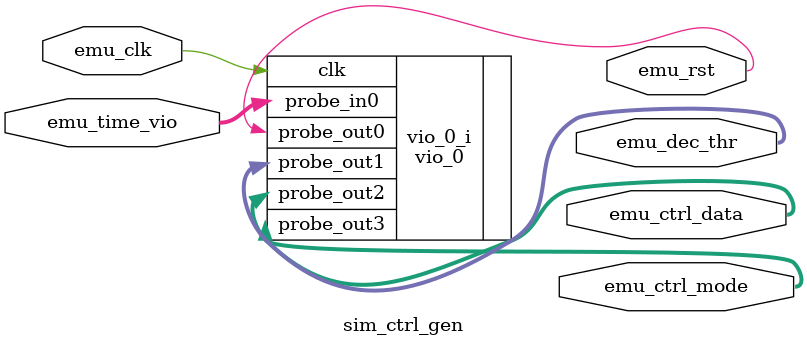
<source format=sv>
`timescale 1ns/1ps

`include "msdsl.sv"


`default_nettype none
module sim_ctrl_gen (
    input wire logic [63:0] emu_time_vio,
    input wire logic emu_clk,
    output wire logic emu_rst,
    output wire logic [23:0] emu_dec_thr,
    output wire logic [63:0] emu_ctrl_data,
    output wire logic [1:0] emu_ctrl_mode
);


`ifdef SIMULATION_MODE_MSDSL
    // reset sequence
    logic emu_rst_state = 1'b1;    
    assign emu_rst = emu_rst_state;
    initial begin
        @(posedge emu_clk);
        #(((0.1/(`EMU_CLK_FREQ))*1.0s)+(1.0/(`EMU_CLK_FREQ))*0*1.0s);
        emu_rst_state = 1'b0;
    end

    // decimation threshold
    `ifndef DEC_THR_VAL_MSDSL
        `define DEC_THR_VAL_MSDSL 0
    `endif // `ifdef DEC_THR_VAL_MSDSL
    assign emu_dec_thr = `DEC_THR_VAL_MSDSL;

     // stall / run / sleep controls
    logic [((`TIME_WIDTH)-1):0] emu_ctrl_data_state;
    logic [3:0] emu_ctrl_mode_state;
    assign emu_ctrl_data = emu_ctrl_data_state;
    assign emu_ctrl_mode = emu_ctrl_mode_state;

    // module for custom vio handling
    // NOTE: sim_ctrl module must be written and added to the project manually!!!


`else
	// VIO instantiation
    vio_0 vio_0_i (
        .probe_in0(emu_time_vio),
        .probe_out0(emu_rst),
        .probe_out1(emu_dec_thr),
        .probe_out2(emu_ctrl_data),
        .probe_out3(emu_ctrl_mode),
        .clk(emu_clk)
    );

`endif // `ifdef SIMULATION_MODE_MSDSL

endmodule

`default_nettype wire

</source>
